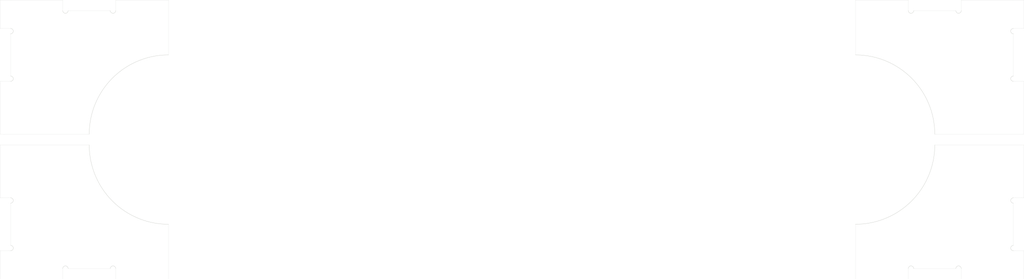
<source format=kicad_pcb>
(kicad_pcb (version 20171130) (host pcbnew 5.1.5+dfsg1-2build2)

  (general
    (thickness 1.6)
    (drawings 76)
    (tracks 0)
    (zones 0)
    (modules 0)
    (nets 1)
  )

  (page A4)
  (layers
    (0 F.Cu signal)
    (31 B.Cu signal)
    (32 B.Adhes user)
    (33 F.Adhes user)
    (34 B.Paste user)
    (35 F.Paste user)
    (36 B.SilkS user)
    (37 F.SilkS user)
    (38 B.Mask user)
    (39 F.Mask user)
    (40 Dwgs.User user)
    (41 Cmts.User user)
    (42 Eco1.User user)
    (43 Eco2.User user)
    (44 Edge.Cuts user)
    (45 Margin user)
    (46 B.CrtYd user)
    (47 F.CrtYd user)
    (48 B.Fab user)
    (49 F.Fab user)
  )

  (setup
    (last_trace_width 0.35)
    (trace_clearance 0.25)
    (zone_clearance 0.508)
    (zone_45_only no)
    (trace_min 0.3)
    (via_size 0.8)
    (via_drill 0.4)
    (via_min_size 0.5)
    (via_min_drill 0.4)
    (uvia_size 0.3)
    (uvia_drill 0.1)
    (uvias_allowed no)
    (uvia_min_size 0.2)
    (uvia_min_drill 0.1)
    (edge_width 0.05)
    (segment_width 0.2)
    (pcb_text_width 0.3)
    (pcb_text_size 1.5 1.5)
    (mod_edge_width 0.12)
    (mod_text_size 1 1)
    (mod_text_width 0.15)
    (pad_size 1.524 1.524)
    (pad_drill 0.762)
    (pad_to_mask_clearance 0.051)
    (solder_mask_min_width 0.25)
    (aux_axis_origin 0 0)
    (visible_elements FFFFFF7F)
    (pcbplotparams
      (layerselection 0x010fc_ffffffff)
      (usegerberextensions false)
      (usegerberattributes false)
      (usegerberadvancedattributes false)
      (creategerberjobfile false)
      (excludeedgelayer true)
      (linewidth 0.100000)
      (plotframeref false)
      (viasonmask false)
      (mode 1)
      (useauxorigin false)
      (hpglpennumber 1)
      (hpglpenspeed 20)
      (hpglpendiameter 15.000000)
      (psnegative false)
      (psa4output false)
      (plotreference true)
      (plotvalue true)
      (plotinvisibletext false)
      (padsonsilk false)
      (subtractmaskfromsilk false)
      (outputformat 1)
      (mirror false)
      (drillshape 1)
      (scaleselection 1)
      (outputdirectory ""))
  )

  (net 0 "")

  (net_class Default "This is the default net class."
    (clearance 0.25)
    (trace_width 0.35)
    (via_dia 0.8)
    (via_drill 0.4)
    (uvia_dia 0.3)
    (uvia_drill 0.1)
    (diff_pair_width 0.3)
    (diff_pair_gap 0.25)
  )

  (net_class Power ""
    (clearance 0.25)
    (trace_width 0.45)
    (via_dia 1)
    (via_drill 0.4)
    (uvia_dia 0.3)
    (uvia_drill 0.1)
    (diff_pair_width 0.3)
    (diff_pair_gap 0.25)
  )

  (gr_line (start 70.8795 116.601) (end 62.9805 116.601) (layer Edge.Cuts) (width 0.02) (tstamp 5F32150B))
  (gr_line (start 206.08 115) (end 199.6802 114.999) (layer Edge.Cuts) (width 0.02) (tstamp 5F32150A))
  (gr_line (start 61.3815 114.999) (end 61.3815 112.3) (layer Edge.Cuts) (width 0.02) (tstamp 5F321509))
  (gr_line (start 214.7801 116.601) (end 206.8798 116.601) (layer Edge.Cuts) (width 0.02) (tstamp 5F321508))
  (gr_arc (start 190.88 96.298) (end 202.880002 96.298) (angle 90) (layer Edge.Cuts) (width 0.05) (tstamp 5F321507))
  (gr_line (start 198.8802 114.999) (end 198.8802 116.601) (layer Edge.Cuts) (width 0.02) (tstamp 5F321506))
  (gr_line (start 62.9805 111.5) (end 62.9805 105.099) (layer Edge.Cuts) (width 0.02) (tstamp 5F321505))
  (gr_line (start 214.7801 105.099) (end 214.7801 111.5) (layer Edge.Cuts) (width 0.02) (tstamp 5F321504))
  (gr_line (start 86.8805 108.3) (end 86.8805 116.601) (layer Edge.Cuts) (width 0.02) (tstamp 5F321503))
  (gr_arc (start 214.7801 104.699) (end 214.7801 105.099) (angle 180) (layer Edge.Cuts) (width 0.05) (tstamp 5F321502))
  (gr_line (start 78.0805 114.999) (end 71.6795 114.999) (layer Edge.Cuts) (width 0.02) (tstamp 5F321501))
  (gr_line (start 61.3815 104.299) (end 61.3815 96.298) (layer Edge.Cuts) (width 0.02) (tstamp 5F321500))
  (gr_line (start 216.38 114.999) (end 216.38 116.601) (layer Edge.Cuts) (width 0.02) (tstamp 5F3214FF))
  (gr_arc (start 86.8805 96.3) (end 86.8805 108.3) (angle 90) (layer Edge.Cuts) (width 0.05) (tstamp 5F3214FE))
  (gr_line (start 214.7801 112.3) (end 216.38 112.3) (layer Edge.Cuts) (width 0.02) (tstamp 5F3214FD))
  (gr_line (start 61.3815 96.298) (end 74.8805 96.3) (layer Edge.Cuts) (width 0.02) (tstamp 5F3214FC))
  (gr_arc (start 78.4805 114.999) (end 78.0805 114.999) (angle 180) (layer Edge.Cuts) (width 0.05) (tstamp 5F3214FB))
  (gr_line (start 216.38 116.601) (end 214.7801 116.601) (layer Edge.Cuts) (width 0.02) (tstamp 5F3214FA))
  (gr_arc (start 199.2802 114.999) (end 198.8802 114.999) (angle 180) (layer Edge.Cuts) (width 0.05) (tstamp 5F3214F9))
  (gr_line (start 198.8802 116.601) (end 190.8809 116.601) (layer Edge.Cuts) (width 0.02) (tstamp 5F3214F8))
  (gr_arc (start 71.2795 114.999) (end 70.8795 114.999) (angle 180) (layer Edge.Cuts) (width 0.05) (tstamp 5F3214F7))
  (gr_line (start 62.9805 104.299) (end 61.3815 104.299) (layer Edge.Cuts) (width 0.02) (tstamp 5F3214F6))
  (gr_arc (start 206.4798 114.999) (end 206.0798 114.999) (angle 180) (layer Edge.Cuts) (width 0.05) (tstamp 5F3214F5))
  (gr_line (start 61.3815 112.3) (end 62.9805 112.3) (layer Edge.Cuts) (width 0.02) (tstamp 5F3214F4))
  (gr_line (start 62.9805 116.601) (end 61.3815 116.601) (layer Edge.Cuts) (width 0.02) (tstamp 5F3214F3))
  (gr_line (start 78.8805 116.601) (end 78.8805 114.999) (layer Edge.Cuts) (width 0.02) (tstamp 5F3214F2))
  (gr_line (start 216.38 104.299) (end 214.7801 104.299) (layer Edge.Cuts) (width 0.02) (tstamp 5F3214F1))
  (gr_line (start 216.38 96.298) (end 216.38 104.299) (layer Edge.Cuts) (width 0.02) (tstamp 5F3214F0))
  (gr_line (start 190.8809 116.601) (end 190.88 108.298002) (layer Edge.Cuts) (width 0.02) (tstamp 5F3214EF))
  (gr_line (start 206.8798 116.601) (end 206.8798 114.999) (layer Edge.Cuts) (width 0.02) (tstamp 5F3214EE))
  (gr_line (start 86.8805 116.601) (end 78.8805 116.601) (layer Edge.Cuts) (width 0.02) (tstamp 5F3214ED))
  (gr_line (start 216.38 112.3) (end 216.38 114.999) (layer Edge.Cuts) (width 0.02) (tstamp 5F3214EC))
  (gr_line (start 70.8795 114.999) (end 70.8795 116.601) (layer Edge.Cuts) (width 0.02) (tstamp 5F3214EB))
  (gr_line (start 61.3815 116.601) (end 61.3815 114.999) (layer Edge.Cuts) (width 0.02) (tstamp 5F3214EA))
  (gr_arc (start 214.7801 111.9) (end 214.7801 112.3) (angle 180) (layer Edge.Cuts) (width 0.05) (tstamp 5F3214E9))
  (gr_arc (start 62.9805 104.699) (end 62.9805 104.299) (angle 180) (layer Edge.Cuts) (width 0.05) (tstamp 5F3214E8))
  (gr_arc (start 62.9805 111.9) (end 62.9805 111.5) (angle 180) (layer Edge.Cuts) (width 0.05) (tstamp 5F3214E7))
  (gr_line (start 202.880002 96.298) (end 216.38 96.298) (layer Edge.Cuts) (width 0.02) (tstamp 5F3214E6))
  (gr_arc (start 190.88 94.662) (end 202.880002 94.662) (angle -90) (layer Edge.Cuts) (width 0.05))
  (gr_arc (start 86.8805 94.66) (end 86.8805 82.66) (angle -90) (layer Edge.Cuts) (width 0.05))
  (gr_line (start 214.7801 78.66) (end 216.38 78.66) (layer Edge.Cuts) (width 0.02) (tstamp 5F3213E1))
  (gr_line (start 206.08 75.96) (end 199.6802 75.961) (layer Edge.Cuts) (width 0.02) (tstamp 5F3213E0))
  (gr_line (start 62.9805 86.661) (end 61.3815 86.661) (layer Edge.Cuts) (width 0.02) (tstamp 5F3213DE))
  (gr_line (start 61.3815 86.661) (end 61.3815 94.662) (layer Edge.Cuts) (width 0.02) (tstamp 5F3213DA))
  (gr_line (start 61.3815 78.66) (end 62.9805 78.66) (layer Edge.Cuts) (width 0.02) (tstamp 5F3213D9))
  (gr_arc (start 62.9805 86.261) (end 62.9805 86.661) (angle -180) (layer Edge.Cuts) (width 0.05) (tstamp 5F3213D7))
  (gr_line (start 214.7801 74.359) (end 206.8798 74.359) (layer Edge.Cuts) (width 0.02) (tstamp 5F3213D6))
  (gr_line (start 216.38 75.961) (end 216.38 74.359) (layer Edge.Cuts) (width 0.02) (tstamp 5F3213D5))
  (gr_line (start 216.38 78.66) (end 216.38 75.961) (layer Edge.Cuts) (width 0.02) (tstamp 5F3213D4))
  (gr_arc (start 214.7801 86.261) (end 214.7801 85.861) (angle -180) (layer Edge.Cuts) (width 0.05) (tstamp 5F3213D3))
  (gr_line (start 214.7801 85.861) (end 214.7801 79.46) (layer Edge.Cuts) (width 0.02) (tstamp 5F3213CE))
  (gr_line (start 78.8805 74.359) (end 78.8805 75.961) (layer Edge.Cuts) (width 0.02) (tstamp 5F3213C8))
  (gr_arc (start 71.2795 75.961) (end 70.8795 75.961) (angle -180) (layer Edge.Cuts) (width 0.05) (tstamp 5F3213C6))
  (gr_arc (start 199.2802 75.961) (end 198.8802 75.961) (angle -180) (layer Edge.Cuts) (width 0.05) (tstamp 5F3213C5))
  (gr_line (start 198.8802 74.359) (end 190.8809 74.359) (layer Edge.Cuts) (width 0.02) (tstamp 5F3213C2))
  (gr_arc (start 78.4805 75.961) (end 78.0805 75.961) (angle -180) (layer Edge.Cuts) (width 0.05) (tstamp 5F3213C0))
  (gr_line (start 216.38 74.359) (end 214.7801 74.359) (layer Edge.Cuts) (width 0.02) (tstamp 5F3213BD))
  (gr_line (start 198.8802 75.961) (end 198.8802 74.359) (layer Edge.Cuts) (width 0.02) (tstamp 5F3213BB))
  (gr_arc (start 214.7801 79.06) (end 214.7801 78.66) (angle -180) (layer Edge.Cuts) (width 0.05) (tstamp 5F3213B6))
  (gr_arc (start 62.9805 79.06) (end 62.9805 79.46) (angle -180) (layer Edge.Cuts) (width 0.05) (tstamp 5F3213B3))
  (gr_line (start 61.3815 74.359) (end 61.3815 75.961) (layer Edge.Cuts) (width 0.02) (tstamp 5F3213B2))
  (gr_line (start 216.38 94.662) (end 216.38 86.661) (layer Edge.Cuts) (width 0.02) (tstamp 5F3213B0))
  (gr_line (start 61.3815 75.961) (end 61.3815 78.66) (layer Edge.Cuts) (width 0.02) (tstamp 5F3213AE))
  (gr_line (start 206.8798 74.359) (end 206.8798 75.961) (layer Edge.Cuts) (width 0.02) (tstamp 5F3213AD))
  (gr_arc (start 206.4798 75.961) (end 206.0798 75.961) (angle -180) (layer Edge.Cuts) (width 0.05) (tstamp 5F3213AB))
  (gr_line (start 86.8805 74.359) (end 78.8805 74.359) (layer Edge.Cuts) (width 0.02) (tstamp 5F3213A8))
  (gr_line (start 61.3815 94.662) (end 74.8805 94.66) (layer Edge.Cuts) (width 0.02) (tstamp 5F3213A4))
  (gr_line (start 202.880002 94.662) (end 216.38 94.662) (layer Edge.Cuts) (width 0.02) (tstamp 5F3213A2))
  (gr_line (start 216.38 86.661) (end 214.7801 86.661) (layer Edge.Cuts) (width 0.02) (tstamp 5F3213A1))
  (gr_line (start 62.9805 79.46) (end 62.9805 85.861) (layer Edge.Cuts) (width 0.02) (tstamp 5F32139D))
  (gr_line (start 70.8795 74.359) (end 62.9805 74.359) (layer Edge.Cuts) (width 0.02) (tstamp 5F32139C))
  (gr_line (start 190.8809 74.359) (end 190.88 82.661998) (layer Edge.Cuts) (width 0.02) (tstamp 5F32139B))
  (gr_line (start 62.9805 74.359) (end 61.3815 74.359) (layer Edge.Cuts) (width 0.02) (tstamp 5F321398))
  (gr_line (start 86.8805 82.66) (end 86.8805 74.359) (layer Edge.Cuts) (width 0.02) (tstamp 5F321396))
  (gr_line (start 70.8795 75.961) (end 70.8795 74.359) (layer Edge.Cuts) (width 0.02) (tstamp 5F321395))
  (gr_line (start 78.0805 75.961) (end 71.6795 75.961) (layer Edge.Cuts) (width 0.02) (tstamp 5F321393))

)

</source>
